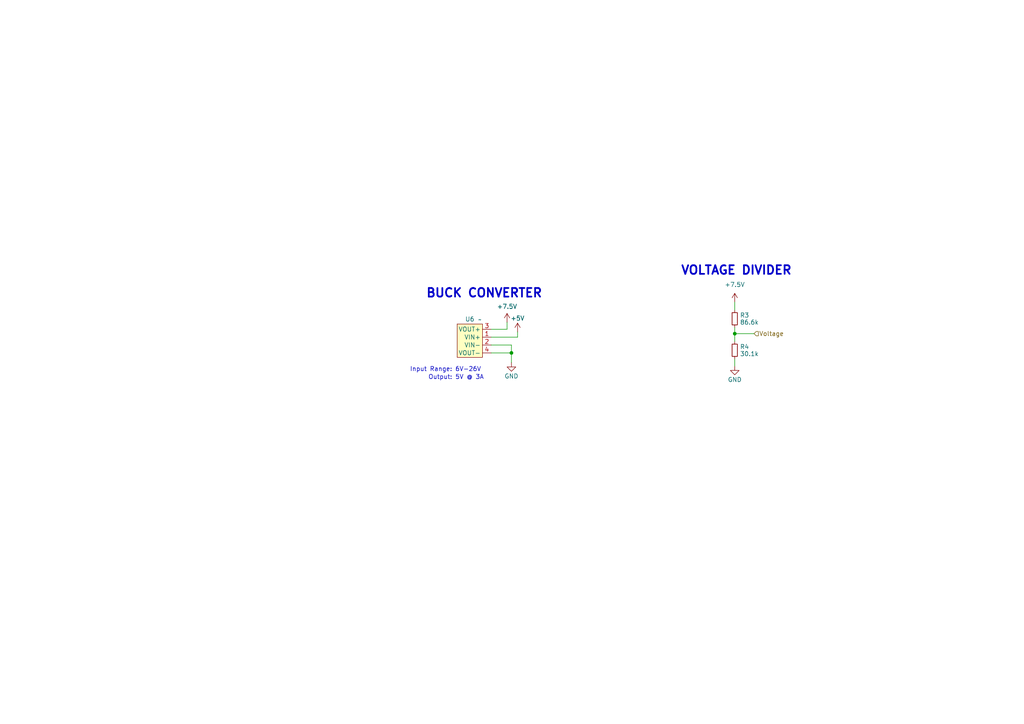
<source format=kicad_sch>
(kicad_sch (version 20230121) (generator eeschema)
  (paper "A4")
  (lib_symbols
    (symbol "Device:R_Small" (pin_numbers hide) (pin_names (offset 0.254) hide)
      (property "Reference" "R" (at 0.762 0.508 0))
      (property "Value" "R_Small" (at 0.762 -1.016 0))
      (symbol "R_Small_0_1"
        (rectangle (start -0.762 1.778) (end 0.762 -1.778) (stroke (width 0.2032)))
      )
      (symbol "R_Small_1_1"
        (pin passive line (at 0 2.54 270) (length 0.762) (name "~") (number "1"))
        (pin passive line (at 0 -2.54 90) (length 0.762) (name "~") (number "2"))
      )
    )
    (symbol "RocketryIN_FC:Buck_Converter"
      (property "Reference" "U" (at 0 0 0))
      (symbol "Buck_Converter_1_1"
        (rectangle (start -6.604 -1.27) (end 0.762 -10.922) (fill (type background)))
        (pin input line (at 3.302 -5.08 180) (length 2.54) (name "VIN+") (number "1"))
        (pin input line (at 3.302 -7.366 180) (length 2.54) (name "VIN-") (number "2"))
        (pin input line (at 3.302 -2.794 180) (length 2.54) (name "VOUT+") (number "3"))
        (pin input line (at 3.302 -9.652 180) (length 2.54) (name "VOUT-") (number "4"))
      )
    )
    (symbol "power:+5V" (power) (pin_names (offset 0))
      (property "Value" "+5V" (at 0 3.556 0))
      (symbol "+5V_0_1"
        (polyline (pts (xy -0.762 1.27) (xy 0 2.54)))
        (polyline (pts (xy 0 0) (xy 0 2.54)))
        (polyline (pts (xy 0 2.54) (xy 0.762 1.27)))
      )
      (symbol "+5V_1_1"
        (pin power_in line (at 0 0 90) (length 0) hide (name "+5V") (number "1"))
      )
    )
    (symbol "power:+7.5V" (power) (pin_names (offset 0))
      (property "Value" "+7.5V" (at 0 3.556 0))
      (symbol "+7.5V_0_1"
        (polyline (pts (xy -0.762 1.27) (xy 0 2.54)))
        (polyline (pts (xy 0 0) (xy 0 2.54)))
        (polyline (pts (xy 0 2.54) (xy 0.762 1.27)))
      )
      (symbol "+7.5V_1_1"
        (pin power_in line (at 0 0 90) (length 0) hide (name "+7.5V") (number "1"))
      )
    )
    (symbol "power:GND" (power) (pin_names (offset 0))
      (property "Value" "GND" (at 0 -3.81 0))
      (symbol "GND_0_1"
        (polyline (pts (xy 0 0) (xy 0 -1.27) (xy 1.27 -1.27) (xy 0 -2.54) (xy -1.27 -1.27) (xy 0 -1.27)))
      )
      (symbol "GND_1_1"
        (pin power_in line (at 0 0 270) (length 0) hide (name "GND") (number "1"))
      )
    )
  )
  (junction (at 213.106 96.774))
  (junction (at 148.336 102.362))
  (wire (pts (xy 150.114 97.79) (xy 142.494 97.79)))
  (wire (pts (xy 213.106 104.14) (xy 213.106 106.172)))
  (wire (pts (xy 142.494 102.362) (xy 148.336 102.362)))
  (wire (pts (xy 213.106 87.63) (xy 213.106 89.916)))
  (wire (pts (xy 148.336 100.076) (xy 148.336 102.362)))
  (wire (pts (xy 213.106 96.774) (xy 213.106 99.06)))
  (wire (pts (xy 213.106 94.996) (xy 213.106 96.774)))
  (wire (pts (xy 213.106 96.774) (xy 218.694 96.774)))
  (wire (pts (xy 148.336 100.076) (xy 142.494 100.076)))
  (wire (pts (xy 147.066 93.472) (xy 147.066 95.504)))
  (wire (pts (xy 148.336 102.362) (xy 148.336 105.156)))
  (wire (pts (xy 142.494 95.504) (xy 147.066 95.504)))
  (wire (pts (xy 150.114 96.266) (xy 150.114 97.79)))
  (text "Output: 5V @ 3A" (at 124.206 110.236 0) (effects (font (size 1.27 1.27)) (justify left bottom)))
  (text "VOLTAGE DIVIDER" (at 197.358 80.01 0) (effects (font (size 2.5 2.5) (thickness 0.5) bold) (justify left bottom)))
  (text "BUCK CONVERTER" (at 123.444 86.614 0) (effects (font (size 2.5 2.5) (thickness 0.5) bold) (justify left bottom)))
  (text "Input Range: 6V-26V" (at 118.872 107.95 0) (effects (font (size 1.27 1.27)) (justify left bottom)))
  (hierarchical_label "Voltage" (shape input) (at 218.694 96.774 0))
  (symbol (lib_id "power:GND") (at 148.336 105.156 0) (unit 1)
    (property "Reference" "#PWR025" (effects hide))
    (property "Value" "GND" (at 148.336 109.101 0))
  )
  (symbol (lib_id "power:+5V") (at 150.114 96.266 0) (unit 1)
    (property "Reference" "#PWR024" (effects hide))
    (property "Value" "+5V" (at 150.114 92.321 0))
  )
  (symbol (lib_id "power:+7.5V") (at 147.066 93.472 0) (unit 1)
    (property "Reference" "#PWR021" (effects hide))
    (property "Value" "+7.5V" (at 147.066 88.9 0))
  )
  (symbol (lib_id "RocketryIN_FC:Buck_Converter") (at 139.192 92.71 0) (unit 1)
    (property "Reference" "U6" (at 136.271 92.575 0))
    (property "Value" "~" (at 139.192 92.71 0))
  )
  (symbol (lib_id "Device:R_Small") (at 213.106 92.456 0) (unit 1)
    (property "Reference" "R3" (at 214.6046 91.432 0) (effects (justify left)))
    (property "Value" "86.6k" (at 214.6046 93.48 0) (effects (justify left)))
  )
  (symbol (lib_id "Device:R_Small") (at 213.106 101.6 0) (unit 1)
    (property "Reference" "R4" (at 214.6046 100.576 0) (effects (justify left)))
    (property "Value" "30.1k" (at 214.6046 102.624 0) (effects (justify left)))
  )
  (symbol (lib_id "power:+7.5V") (at 213.106 87.63 0) (unit 1)
    (property "Reference" "#PWR022" (effects hide))
    (property "Value" "+7.5V" (at 213.106 82.55 0))
  )
  (symbol (lib_id "power:GND") (at 213.106 106.172 0) (unit 1)
    (property "Reference" "#PWR027" (effects hide))
    (property "Value" "GND" (at 213.106 110.117 0))
  )
)
</source>
